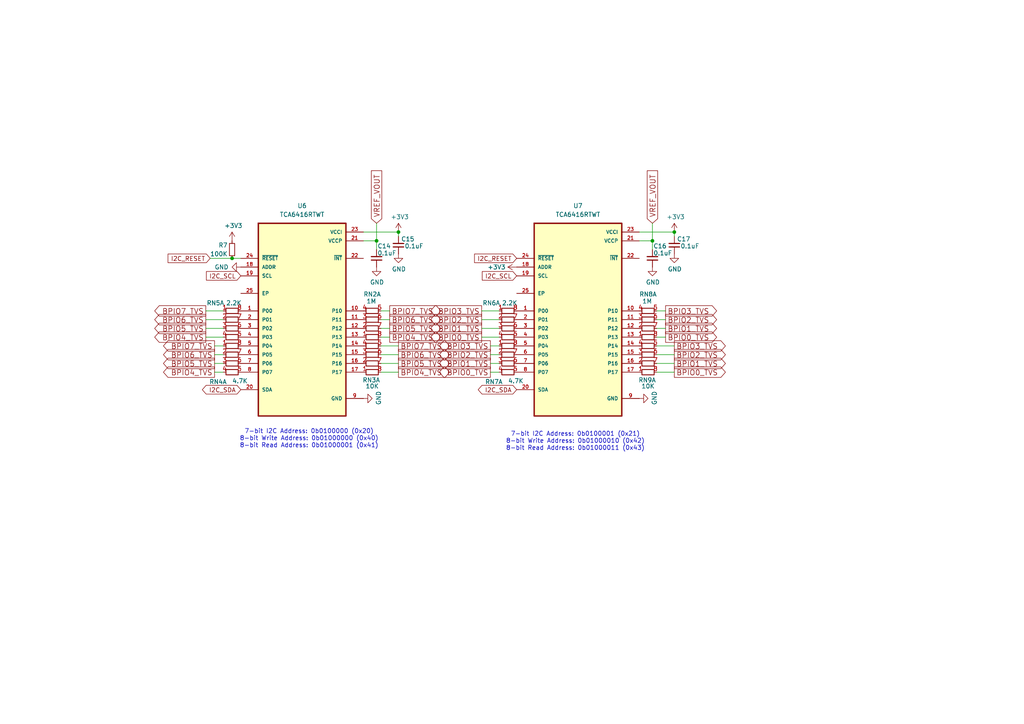
<source format=kicad_sch>
(kicad_sch (version 20231120) (generator "eeschema") (generator_version "8.0")
  (paper "A4")
  (lib_symbols
    (symbol "BusPirate-5-rev10-rescue:+3.3V-power" (power) (pin_names (offset 0))
      (property "Value" "+3.3V-power" (at 0 3.556 0))
      (symbol "+3.3V-power_0_1"
        (polyline (pts (xy -0.762 1.27) (xy 0 2.54)))
        (polyline (pts (xy 0 0) (xy 0 2.54)))
        (polyline (pts (xy 0 2.54) (xy 0.762 1.27)))
      )
      (symbol "+3.3V-power_1_1"
        (pin power_in line (at 0 0 90) (length 0) hide (name "+3V3") (number "1"))
      )
    )
    (symbol "Device:C_Small" (pin_numbers hide) (pin_names (offset 0.254) hide)
      (property "Reference" "C" (at 0.254 1.778 0))
      (property "Value" "C_Small" (at 0.254 -2.032 0))
      (symbol "C_Small_0_1"
        (polyline (pts (xy -1.524 -0.508) (xy 1.524 -0.508)) (stroke (width 0.3302)))
        (polyline (pts (xy -1.524 0.508) (xy 1.524 0.508)) (stroke (width 0.3048)))
      )
      (symbol "C_Small_1_1"
        (pin passive line (at 0 2.54 270) (length 2.032) (name "~") (number "1"))
        (pin passive line (at 0 -2.54 90) (length 2.032) (name "~") (number "2"))
      )
    )
    (symbol "Device:R_Small" (pin_numbers hide) (pin_names (offset 0.254) hide)
      (property "Reference" "R" (at 0.762 0.508 0))
      (property "Value" "R_Small" (at 0.762 -1.016 0))
      (symbol "R_Small_0_1"
        (rectangle (start -0.762 1.778) (end 0.762 -1.778) (stroke (width 0.2032)))
      )
      (symbol "R_Small_1_1"
        (pin passive line (at 0 2.54 270) (length 0.762) (name "~") (number "1"))
        (pin passive line (at 0 -2.54 90) (length 0.762) (name "~") (number "2"))
      )
    )
    (symbol "TCA6416RTWT:TCA6416RTWT" (pin_names (offset 1.016))
      (property "Reference" "U" (at -12.7 28.94 0))
      (property "Value" "TCA6416RTWT" (at -12.7 -31.94 0))
      (symbol "TCA6416RTWT_0_0"
        (rectangle (start -12.7 -27.94) (end 12.7 27.94) (stroke (width 0.41)) (fill (type background)))
        (pin bidirectional line (at -17.78 2.54 0) (length 5.08) (name "P00") (number "1"))
        (pin bidirectional line (at 17.78 2.54 180) (length 5.08) (name "P10") (number "10"))
        (pin bidirectional line (at 17.78 0 180) (length 5.08) (name "P11") (number "11"))
        (pin bidirectional line (at 17.78 -2.54 180) (length 5.08) (name "P12") (number "12"))
        (pin bidirectional line (at 17.78 -5.08 180) (length 5.08) (name "P13") (number "13"))
        (pin bidirectional line (at 17.78 -7.62 180) (length 5.08) (name "P14") (number "14"))
        (pin bidirectional line (at 17.78 -10.16 180) (length 5.08) (name "P15") (number "15"))
        (pin bidirectional line (at 17.78 -12.7 180) (length 5.08) (name "P16") (number "16"))
        (pin bidirectional line (at 17.78 -15.24 180) (length 5.08) (name "P17") (number "17"))
        (pin input line (at -17.78 15.24 0) (length 5.08) (name "ADDR") (number "18"))
        (pin input line (at -17.78 12.7 0) (length 5.08) (name "SCL") (number "19"))
        (pin bidirectional line (at -17.78 0 0) (length 5.08) (name "P01") (number "2"))
        (pin bidirectional line (at -17.78 -20.32 0) (length 5.08) (name "SDA") (number "20"))
        (pin power_in line (at 17.78 22.86 180) (length 5.08) (name "VCCP") (number "21"))
        (pin output line (at 17.78 17.78 180) (length 5.08) (name "~{INT}") (number "22"))
        (pin power_in line (at 17.78 25.4 180) (length 5.08) (name "VCCI") (number "23"))
        (pin input line (at -17.78 17.78 0) (length 5.08) (name "~{RESET}") (number "24"))
        (pin bidirectional line (at -17.78 7.62 0) (length 5.08) (name "EP") (number "25"))
        (pin bidirectional line (at -17.78 -2.54 0) (length 5.08) (name "P02") (number "3"))
        (pin bidirectional line (at -17.78 -5.08 0) (length 5.08) (name "P03") (number "4"))
        (pin bidirectional line (at -17.78 -7.62 0) (length 5.08) (name "P04") (number "5"))
        (pin bidirectional line (at -17.78 -10.16 0) (length 5.08) (name "P05") (number "6"))
        (pin bidirectional line (at -17.78 -12.7 0) (length 5.08) (name "P06") (number "7"))
        (pin bidirectional line (at -17.78 -15.24 0) (length 5.08) (name "P07") (number "8"))
        (pin power_in line (at 17.78 -22.86 180) (length 5.08) (name "GND") (number "9"))
      )
    )
    (symbol "dp-rarray:R_Array" (pin_names (offset 0) hide)
      (property "Reference" "RN" (at 2.286 0.762 0))
      (property "Value" "R_Array" (at 4.572 -0.762 0))
      (symbol "R_Array_0_1"
        (rectangle (start 0.762 1.778) (end -0.762 -1.778) (stroke (width 0.254)))
      )
      (symbol "R_Array_1_1"
        (pin passive line (at 0 2.54 270) (length 0.762) (name "R1.1") (number "1"))
        (pin passive line (at 0 -2.54 90) (length 0.762) (name "R1.8") (number "8"))
      )
      (symbol "R_Array_2_1"
        (pin passive line (at 0 2.54 270) (length 0.762) (name "R1.1") (number "2"))
        (pin passive line (at 0 -2.54 90) (length 0.762) (name "R1.8") (number "7"))
      )
      (symbol "R_Array_3_1"
        (pin passive line (at 0 2.54 270) (length 0.762) (name "R1.1") (number "3"))
        (pin passive line (at 0 -2.54 90) (length 0.762) (name "R1.8") (number "6"))
      )
      (symbol "R_Array_4_1"
        (pin passive line (at 0 2.54 270) (length 0.762) (name "R1.1") (number "4"))
        (pin passive line (at 0 -2.54 90) (length 0.762) (name "R1.8") (number "5"))
      )
    )
    (symbol "power:GND" (power) (pin_names (offset 0))
      (property "Value" "GND" (at 0 -3.81 0))
      (symbol "GND_0_1"
        (polyline (pts (xy 0 0) (xy 0 -1.27) (xy 1.27 -1.27) (xy 0 -2.54) (xy -1.27 -1.27) (xy 0 -1.27)))
      )
      (symbol "GND_1_1"
        (pin power_in line (at 0 0 270) (length 0) hide (name "GND") (number "1"))
      )
    )
  )
  (junction (at 115.57 67.31))
  (junction (at 195.58 67.31))
  (junction (at 189.23 69.85))
  (junction (at 67.31 74.93))
  (junction (at 109.22 69.85))
  (wire (pts (xy 190.5 97.79) (xy 193.04 97.79)))
  (wire (pts (xy 110.49 90.17) (xy 113.03 90.17)))
  (wire (pts (xy 64.77 100.33) (xy 62.23 100.33)))
  (wire (pts (xy 144.78 107.95) (xy 142.24 107.95)))
  (wire (pts (xy 105.41 69.85) (xy 109.22 69.85)))
  (wire (pts (xy 64.77 107.95) (xy 62.23 107.95)))
  (wire (pts (xy 64.77 105.41) (xy 62.23 105.41)))
  (wire (pts (xy 185.42 67.31) (xy 195.58 67.31)))
  (wire (pts (xy 110.49 105.41) (xy 115.57 105.41)))
  (wire (pts (xy 109.22 69.85) (xy 109.22 72.39)))
  (wire (pts (xy 110.49 107.95) (xy 115.57 107.95)))
  (wire (pts (xy 110.49 97.79) (xy 113.03 97.79)))
  (wire (pts (xy 144.78 95.25) (xy 139.7 95.25)))
  (wire (pts (xy 64.77 90.17) (xy 59.69 90.17)))
  (wire (pts (xy 67.31 74.93) (xy 69.85 74.93)))
  (wire (pts (xy 64.77 92.71) (xy 59.69 92.71)))
  (wire (pts (xy 109.22 64.77) (xy 109.22 69.85)))
  (wire (pts (xy 189.23 69.85) (xy 189.23 72.39)))
  (wire (pts (xy 105.41 67.31) (xy 115.57 67.31)))
  (wire (pts (xy 144.78 92.71) (xy 139.7 92.71)))
  (wire (pts (xy 144.78 97.79) (xy 139.7 97.79)))
  (wire (pts (xy 110.49 92.71) (xy 113.03 92.71)))
  (wire (pts (xy 64.77 102.87) (xy 62.23 102.87)))
  (wire (pts (xy 190.5 105.41) (xy 195.58 105.41)))
  (wire (pts (xy 115.57 67.31) (xy 115.57 68.58)))
  (wire (pts (xy 144.78 90.17) (xy 139.7 90.17)))
  (wire (pts (xy 190.5 90.17) (xy 193.04 90.17)))
  (wire (pts (xy 110.49 102.87) (xy 115.57 102.87)))
  (wire (pts (xy 185.42 69.85) (xy 189.23 69.85)))
  (wire (pts (xy 190.5 92.71) (xy 193.04 92.71)))
  (wire (pts (xy 190.5 100.33) (xy 195.58 100.33)))
  (wire (pts (xy 144.78 102.87) (xy 142.24 102.87)))
  (wire (pts (xy 144.78 105.41) (xy 142.24 105.41)))
  (wire (pts (xy 60.96 74.93) (xy 67.31 74.93)))
  (wire (pts (xy 64.77 95.25) (xy 59.69 95.25)))
  (wire (pts (xy 64.77 97.79) (xy 59.69 97.79)))
  (wire (pts (xy 195.58 67.31) (xy 195.58 68.58)))
  (wire (pts (xy 190.5 107.95) (xy 195.58 107.95)))
  (wire (pts (xy 189.23 64.77) (xy 189.23 69.85)))
  (wire (pts (xy 110.49 95.25) (xy 113.03 95.25)))
  (wire (pts (xy 144.78 100.33) (xy 142.24 100.33)))
  (wire (pts (xy 190.5 95.25) (xy 193.04 95.25)))
  (wire (pts (xy 190.5 102.87) (xy 195.58 102.87)))
  (wire (pts (xy 110.49 100.33) (xy 115.57 100.33)))
  (text "7-bit I2C Address: 0b0100000 (0x20)\n8-bit Write Address: 0b01000000 (0x40)\n8-bit Read Address: 0b01000001 (0x41)" (at 89.662 127.254 0) (effects (font (size 1.27 1.27))))
  (text "7-bit I2C Address: 0b0100001 (0x21)\n8-bit Write Address: 0b01000010 (0x42)\n8-bit Read Address: 0b01000011 (0x43)" (at 166.878 128.016 0) (effects (font (size 1.27 1.27))))
  (global_label "BPIO3_TVS" (shape output) (at 139.7 90.17 180) (effects (font (size 1.524 1.524))) (property "Intersheetrefs" "${INTERSHEET_REFS}" (effects (hide yes))))
  (global_label "BPIO7_TVS" (shape output) (at 62.23 100.33 180) (effects (font (size 1.524 1.524))) (property "Intersheetrefs" "${INTERSHEET_REFS}" (effects (hide yes))))
  (global_label "BPIO5_TVS" (shape output) (at 62.23 105.41 180) (effects (font (size 1.524 1.524))) (property "Intersheetrefs" "${INTERSHEET_REFS}" (effects (hide yes))))
  (global_label "BPIO5_TVS" (shape output) (at 113.03 95.25 0) (effects (font (size 1.524 1.524))) (property "Intersheetrefs" "${INTERSHEET_REFS}" (effects (hide yes))))
  (global_label "I2C_SCL" (shape input) (at 69.85 80.01 180) (property "Intersheetrefs" "${INTERSHEET_REFS}" (effects (hide yes))))
  (global_label "BPIO0_TVS" (shape output) (at 193.04 97.79 0) (effects (font (size 1.524 1.524))) (property "Intersheetrefs" "${INTERSHEET_REFS}" (effects (hide yes))))
  (global_label "BPIO0_TVS" (shape output) (at 142.24 107.95 180) (effects (font (size 1.524 1.524))) (property "Intersheetrefs" "${INTERSHEET_REFS}" (effects (hide yes))))
  (global_label "BPIO4_TVS" (shape output) (at 59.69 97.79 180) (effects (font (size 1.524 1.524))) (property "Intersheetrefs" "${INTERSHEET_REFS}" (effects (hide yes))))
  (global_label "I2C_RESET" (shape input) (at 60.96 74.93 180) (property "Intersheetrefs" "${INTERSHEET_REFS}" (effects (hide yes))))
  (global_label "BPIO4_TVS" (shape output) (at 115.57 107.95 0) (effects (font (size 1.524 1.524))) (property "Intersheetrefs" "${INTERSHEET_REFS}" (effects (hide yes))))
  (global_label "BPIO6_TVS" (shape output) (at 62.23 102.87 180) (effects (font (size 1.524 1.524))) (property "Intersheetrefs" "${INTERSHEET_REFS}" (effects (hide yes))))
  (global_label "BPIO5_TVS" (shape output) (at 59.69 95.25 180) (effects (font (size 1.524 1.524))) (property "Intersheetrefs" "${INTERSHEET_REFS}" (effects (hide yes))))
  (global_label "BPIO6_TVS" (shape output) (at 113.03 92.71 0) (effects (font (size 1.524 1.524))) (property "Intersheetrefs" "${INTERSHEET_REFS}" (effects (hide yes))))
  (global_label "BPIO3_TVS" (shape output) (at 195.58 100.33 0) (effects (font (size 1.524 1.524))) (property "Intersheetrefs" "${INTERSHEET_REFS}" (effects (hide yes))))
  (global_label "BPIO1_TVS" (shape output) (at 195.58 105.41 0) (effects (font (size 1.524 1.524))) (property "Intersheetrefs" "${INTERSHEET_REFS}" (effects (hide yes))))
  (global_label "I2C_SDA" (shape bidirectional) (at 69.85 113.03 180) (property "Intersheetrefs" "${INTERSHEET_REFS}" (effects (hide yes))))
  (global_label "BPIO7_TVS" (shape output) (at 113.03 90.17 0) (effects (font (size 1.524 1.524))) (property "Intersheetrefs" "${INTERSHEET_REFS}" (effects (hide yes))))
  (global_label "VREF_VOUT" (shape input) (at 109.22 64.77 90) (effects (font (size 1.524 1.524))) (property "Intersheetrefs" "${INTERSHEET_REFS}" (effects (hide yes))))
  (global_label "BPIO7_TVS" (shape output) (at 115.57 100.33 0) (effects (font (size 1.524 1.524))) (property "Intersheetrefs" "${INTERSHEET_REFS}" (effects (hide yes))))
  (global_label "I2C_RESET" (shape input) (at 149.86 74.93 180) (property "Intersheetrefs" "${INTERSHEET_REFS}" (effects (hide yes))))
  (global_label "BPIO0_TVS" (shape output) (at 139.7 97.79 180) (effects (font (size 1.524 1.524))) (property "Intersheetrefs" "${INTERSHEET_REFS}" (effects (hide yes))))
  (global_label "BPIO1_TVS" (shape output) (at 193.04 95.25 0) (effects (font (size 1.524 1.524))) (property "Intersheetrefs" "${INTERSHEET_REFS}" (effects (hide yes))))
  (global_label "BPIO1_TVS" (shape output) (at 142.24 105.41 180) (effects (font (size 1.524 1.524))) (property "Intersheetrefs" "${INTERSHEET_REFS}" (effects (hide yes))))
  (global_label "BPIO4_TVS" (shape output) (at 62.23 107.95 180) (effects (font (size 1.524 1.524))) (property "Intersheetrefs" "${INTERSHEET_REFS}" (effects (hide yes))))
  (global_label "BPIO2_TVS" (shape output) (at 193.04 92.71 0) (effects (font (size 1.524 1.524))) (property "Intersheetrefs" "${INTERSHEET_REFS}" (effects (hide yes))))
  (global_label "BPIO3_TVS" (shape output) (at 193.04 90.17 0) (effects (font (size 1.524 1.524))) (property "Intersheetrefs" "${INTERSHEET_REFS}" (effects (hide yes))))
  (global_label "BPIO2_TVS" (shape output) (at 139.7 92.71 180) (effects (font (size 1.524 1.524))) (property "Intersheetrefs" "${INTERSHEET_REFS}" (effects (hide yes))))
  (global_label "BPIO0_TVS" (shape output) (at 195.58 107.95 0) (effects (font (size 1.524 1.524))) (property "Intersheetrefs" "${INTERSHEET_REFS}" (effects (hide yes))))
  (global_label "BPIO7_TVS" (shape output) (at 59.69 90.17 180) (effects (font (size 1.524 1.524))) (property "Intersheetrefs" "${INTERSHEET_REFS}" (effects (hide yes))))
  (global_label "BPIO3_TVS" (shape output) (at 142.24 100.33 180) (effects (font (size 1.524 1.524))) (property "Intersheetrefs" "${INTERSHEET_REFS}" (effects (hide yes))))
  (global_label "BPIO5_TVS" (shape output) (at 115.57 105.41 0) (effects (font (size 1.524 1.524))) (property "Intersheetrefs" "${INTERSHEET_REFS}" (effects (hide yes))))
  (global_label "I2C_SCL" (shape input) (at 149.86 80.01 180) (property "Intersheetrefs" "${INTERSHEET_REFS}" (effects (hide yes))))
  (global_label "BPIO6_TVS" (shape output) (at 59.69 92.71 180) (effects (font (size 1.524 1.524))) (property "Intersheetrefs" "${INTERSHEET_REFS}" (effects (hide yes))))
  (global_label "I2C_SDA" (shape bidirectional) (at 149.86 113.03 180) (property "Intersheetrefs" "${INTERSHEET_REFS}" (effects (hide yes))))
  (global_label "VREF_VOUT" (shape input) (at 189.23 64.77 90) (effects (font (size 1.524 1.524))) (property "Intersheetrefs" "${INTERSHEET_REFS}" (effects (hide yes))))
  (global_label "BPIO4_TVS" (shape output) (at 113.03 97.79 0) (effects (font (size 1.524 1.524))) (property "Intersheetrefs" "${INTERSHEET_REFS}" (effects (hide yes))))
  (global_label "BPIO2_TVS" (shape output) (at 195.58 102.87 0) (effects (font (size 1.524 1.524))) (property "Intersheetrefs" "${INTERSHEET_REFS}" (effects (hide yes))))
  (global_label "BPIO2_TVS" (shape output) (at 142.24 102.87 180) (effects (font (size 1.524 1.524))) (property "Intersheetrefs" "${INTERSHEET_REFS}" (effects (hide yes))))
  (global_label "BPIO1_TVS" (shape output) (at 139.7 95.25 180) (effects (font (size 1.524 1.524))) (property "Intersheetrefs" "${INTERSHEET_REFS}" (effects (hide yes))))
  (global_label "BPIO6_TVS" (shape output) (at 115.57 102.87 0) (effects (font (size 1.524 1.524))) (property "Intersheetrefs" "${INTERSHEET_REFS}" (effects (hide yes))))
  (symbol (lib_id "dp-rarray:R_Array") (at 67.31 95.25 90) (unit 3)
    (property "Reference" "RN5" (effects (hide yes)))
    (property "Value" "2.2K" (effects (hide yes)))
    (property "Footprint" "Resistor_SMD:R_Array_Convex_4x0402" (effects (hide yes)))
    (property "Datasheet" "http://www.vishay.com/docs/31509/csc.pdf" (effects (hide yes)))
    (property "RMB" "0.034572" (effects (hide yes)))
    (property "Supplier" "https://item.szlcsc.com/45893.html" (effects (hide yes)))
  )
  (symbol (lib_id "dp-rarray:R_Array") (at 147.32 100.33 90) (unit 1)
    (property "Reference" "RN7" (at 143.256 110.744 90))
    (property "Value" "4.7K" (effects (hide yes)))
    (property "Footprint" "Resistor_SMD:R_Array_Convex_4x0402" (effects (hide yes)))
    (property "Datasheet" "http://www.vishay.com/docs/31509/csc.pdf" (effects (hide yes)))
    (property "RMB" "0.034572" (effects (hide yes)))
    (property "Supplier" "https://item.szlcsc.com/45893.html" (effects (hide yes)))
  )
  (symbol (lib_id "dp-rarray:R_Array") (at 107.95 95.25 90) (mirror x) (unit 2)
    (property "Reference" "RN2" (effects (hide yes)))
    (property "Value" "1M" (effects (hide yes)))
    (property "Footprint" "Resistor_SMD:R_Array_Convex_4x0402" (effects (hide yes)))
    (property "Datasheet" "http://www.vishay.com/docs/31509/csc.pdf" (effects (hide yes)))
    (property "RMB" "0.034572" (effects (hide yes)))
    (property "Supplier" "https://item.szlcsc.com/45893.html" (effects (hide yes)))
  )
  (symbol (lib_id "power:GND") (at 69.85 77.47 270) (unit 1)
    (property "Reference" "#PWR057" (effects (hide yes)))
    (property "Value" "GND" (at 64.262 77.47 90))
  )
  (symbol (lib_id "Device:R_Small") (at 67.31 72.39 0) (unit 1)
    (property "Reference" "R7" (at 66.04 71.12 0) (effects (justify right)))
    (property "Value" "100K" (at 66.04 73.66 0) (effects (justify right)))
    (property "Footprint" "Resistor_SMD:R_0402_1005Metric" (effects (hide yes)))
    (property "RMB" "0.005749" (effects (hide yes)))
    (property "Supplier" "https://item.szlcsc.com/61543.html" (effects (hide yes)))
  )
  (symbol (lib_id "dp-rarray:R_Array") (at 107.95 102.87 90) (mirror x) (unit 3)
    (property "Reference" "RN3" (effects (hide yes)))
    (property "Value" "10K" (effects (hide yes)))
    (property "Footprint" "Resistor_SMD:R_Array_Convex_4x0402" (effects (hide yes)))
    (property "Datasheet" "http://www.vishay.com/docs/31509/csc.pdf" (effects (hide yes)))
    (property "RMB" "0.034572" (effects (hide yes)))
    (property "Supplier" "https://item.szlcsc.com/45893.html" (effects (hide yes)))
  )
  (symbol (lib_id "dp-rarray:R_Array") (at 187.96 92.71 90) (mirror x) (unit 3)
    (property "Reference" "RN8" (effects (hide yes)))
    (property "Value" "1M" (effects (hide yes)))
    (property "Footprint" "Resistor_SMD:R_Array_Convex_4x0402" (effects (hide yes)))
    (property "Datasheet" "http://www.vishay.com/docs/31509/csc.pdf" (effects (hide yes)))
    (property "RMB" "0.034572" (effects (hide yes)))
    (property "Supplier" "https://item.szlcsc.com/45893.html" (effects (hide yes)))
  )
  (symbol (lib_id "TCA6416RTWT:TCA6416RTWT") (at 87.63 92.71 0) (unit 1)
    (property "Reference" "U6" (at 87.63 59.69 0))
    (property "Value" "TCA6416RTWT" (at 87.63 62.23 0))
    (property "Footprint" "qfn24-4x4x50:QFN50P400X400X80-25N" (effects (hide yes)))
    (property "Description" "Low-voltage 16-bit I2C & SMBus I/O expander with interrupt output, reset & config registers 24-WQFN -40 to 85" (effects (hide yes)))
    (property "MF" "Texas Instruments" (effects (hide yes)))
    (property "Package" "WQFN-24 Texas Instruments" (effects (hide yes)))
    (property "Price" "None" (effects (hide yes)))
    (property "SnapEDA_Link" "https://www.snapeda.com/parts/TCA6416RTWT/Texas+Instruments/view-part/?ref=snap" (effects (hide yes)))
    (property "MP" "TCA6416RTWT" (effects (hide yes)))
    (property "Availability" "In Stock" (effects (hide yes)))
    (property "Check_prices" "https://www.snapeda.com/parts/TCA6416RTWT/Texas+Instruments/view-part/?ref=eda" (effects (hide yes)))
  )
  (symbol (lib_id "dp-rarray:R_Array") (at 67.31 102.87 90) (unit 2)
    (property "Reference" "RN4" (effects (hide yes)))
    (property "Value" "4.7K" (effects (hide yes)))
    (property "Footprint" "Resistor_SMD:R_Array_Convex_4x0402" (effects (hide yes)))
    (property "Datasheet" "http://www.vishay.com/docs/31509/csc.pdf" (effects (hide yes)))
    (property "RMB" "0.034572" (effects (hide yes)))
    (property "Supplier" "https://item.szlcsc.com/45893.html" (effects (hide yes)))
  )
  (symbol (lib_id "power:GND") (at 195.58 73.66 0) (unit 1)
    (property "Reference" "#PWR062" (effects (hide yes)))
    (property "Value" "GND" (at 195.707 78.0542 0))
  )
  (symbol (lib_id "power:GND") (at 105.41 115.57 90) (unit 1)
    (property "Reference" "#PWR056" (effects (hide yes)))
    (property "Value" "GND" (at 109.8042 115.443 0))
  )
  (symbol (lib_id "dp-rarray:R_Array") (at 107.95 90.17 90) (mirror x) (unit 4)
    (property "Reference" "RN2" (effects (hide yes)))
    (property "Value" "1M" (at 107.696 87.376 90))
    (property "Footprint" "Resistor_SMD:R_Array_Convex_4x0402" (effects (hide yes)))
    (property "Datasheet" "http://www.vishay.com/docs/31509/csc.pdf" (effects (hide yes)))
    (property "RMB" "0.034572" (effects (hide yes)))
    (property "Supplier" "https://item.szlcsc.com/45893.html" (effects (hide yes)))
  )
  (symbol (lib_id "power:GND") (at 185.42 115.57 90) (unit 1)
    (property "Reference" "#PWR059" (effects (hide yes)))
    (property "Value" "GND" (at 189.8142 115.443 0))
  )
  (symbol (lib_id "dp-rarray:R_Array") (at 147.32 105.41 90) (unit 3)
    (property "Reference" "RN7" (effects (hide yes)))
    (property "Value" "4.7K" (effects (hide yes)))
    (property "Footprint" "Resistor_SMD:R_Array_Convex_4x0402" (effects (hide yes)))
    (property "Datasheet" "http://www.vishay.com/docs/31509/csc.pdf" (effects (hide yes)))
    (property "RMB" "0.034572" (effects (hide yes)))
    (property "Supplier" "https://item.szlcsc.com/45893.html" (effects (hide yes)))
  )
  (symbol (lib_id "Device:C_Small") (at 195.58 71.12 180) (unit 1)
    (property "Reference" "C17" (at 196.342 69.342 0) (effects (justify right)))
    (property "Value" "0.1uF" (at 197.358 71.374 0) (effects (justify right)))
    (property "Footprint" "Capacitor_SMD:C_0402_1005Metric" (effects (hide yes)))
  )
  (symbol (lib_id "BusPirate-5-rev10-rescue:+3.3V-power") (at 149.86 77.47 90) (unit 1)
    (property "Reference" "#PWR058" (effects (hide yes)))
    (property "Value" "+3V3" (at 144.018 77.47 90))
  )
  (symbol (lib_id "BusPirate-5-rev10-rescue:+3.3V-power") (at 195.58 67.31 0) (unit 1)
    (property "Reference" "#PWR061" (effects (hide yes)))
    (property "Value" "+3V3" (at 195.961 62.9158 0))
  )
  (symbol (lib_id "dp-rarray:R_Array") (at 67.31 97.79 90) (unit 4)
    (property "Reference" "RN5" (effects (hide yes)))
    (property "Value" "2.2K" (effects (hide yes)))
    (property "Footprint" "Resistor_SMD:R_Array_Convex_4x0402" (effects (hide yes)))
    (property "Datasheet" "http://www.vishay.com/docs/31509/csc.pdf" (effects (hide yes)))
    (property "RMB" "0.034572" (effects (hide yes)))
    (property "Supplier" "https://item.szlcsc.com/45893.html" (effects (hide yes)))
  )
  (symbol (lib_id "dp-rarray:R_Array") (at 67.31 92.71 90) (unit 2)
    (property "Reference" "RN5" (effects (hide yes)))
    (property "Value" "2.2K" (effects (hide yes)))
    (property "Footprint" "Resistor_SMD:R_Array_Convex_4x0402" (effects (hide yes)))
    (property "Datasheet" "http://www.vishay.com/docs/31509/csc.pdf" (effects (hide yes)))
    (property "RMB" "0.034572" (effects (hide yes)))
    (property "Supplier" "https://item.szlcsc.com/45893.html" (effects (hide yes)))
  )
  (symbol (lib_id "dp-rarray:R_Array") (at 107.95 92.71 90) (mirror x) (unit 3)
    (property "Reference" "RN2" (effects (hide yes)))
    (property "Value" "1M" (effects (hide yes)))
    (property "Footprint" "Resistor_SMD:R_Array_Convex_4x0402" (effects (hide yes)))
    (property "Datasheet" "http://www.vishay.com/docs/31509/csc.pdf" (effects (hide yes)))
    (property "RMB" "0.034572" (effects (hide yes)))
    (property "Supplier" "https://item.szlcsc.com/45893.html" (effects (hide yes)))
  )
  (symbol (lib_id "dp-rarray:R_Array") (at 147.32 92.71 90) (unit 2)
    (property "Reference" "RN6" (effects (hide yes)))
    (property "Value" "2.2K" (effects (hide yes)))
    (property "Footprint" "Resistor_SMD:R_Array_Convex_4x0402" (effects (hide yes)))
    (property "Datasheet" "http://www.vishay.com/docs/31509/csc.pdf" (effects (hide yes)))
    (property "RMB" "0.034572" (effects (hide yes)))
    (property "Supplier" "https://item.szlcsc.com/45893.html" (effects (hide yes)))
  )
  (symbol (lib_id "dp-rarray:R_Array") (at 187.96 105.41 90) (mirror x) (unit 2)
    (property "Reference" "RN9" (effects (hide yes)))
    (property "Value" "10K" (effects (hide yes)))
    (property "Footprint" "Resistor_SMD:R_Array_Convex_4x0402" (effects (hide yes)))
    (property "Datasheet" "http://www.vishay.com/docs/31509/csc.pdf" (effects (hide yes)))
    (property "RMB" "0.034572" (effects (hide yes)))
    (property "Supplier" "https://item.szlcsc.com/45893.html" (effects (hide yes)))
  )
  (symbol (lib_id "dp-rarray:R_Array") (at 67.31 105.41 90) (unit 3)
    (property "Reference" "RN4" (effects (hide yes)))
    (property "Value" "4.7K" (effects (hide yes)))
    (property "Footprint" "Resistor_SMD:R_Array_Convex_4x0402" (effects (hide yes)))
    (property "Datasheet" "http://www.vishay.com/docs/31509/csc.pdf" (effects (hide yes)))
    (property "RMB" "0.034572" (effects (hide yes)))
    (property "Supplier" "https://item.szlcsc.com/45893.html" (effects (hide yes)))
  )
  (symbol (lib_id "power:GND") (at 115.57 73.66 0) (unit 1)
    (property "Reference" "#PWR054" (effects (hide yes)))
    (property "Value" "GND" (at 115.697 78.0542 0))
  )
  (symbol (lib_id "dp-rarray:R_Array") (at 187.96 100.33 90) (mirror x) (unit 4)
    (property "Reference" "RN9" (effects (hide yes)))
    (property "Value" "10K" (effects (hide yes)))
    (property "Footprint" "Resistor_SMD:R_Array_Convex_4x0402" (effects (hide yes)))
    (property "Datasheet" "http://www.vishay.com/docs/31509/csc.pdf" (effects (hide yes)))
    (property "RMB" "0.034572" (effects (hide yes)))
    (property "Supplier" "https://item.szlcsc.com/45893.html" (effects (hide yes)))
  )
  (symbol (lib_id "dp-rarray:R_Array") (at 107.95 107.95 90) (mirror x) (unit 1)
    (property "Reference" "RN3" (at 107.696 110.236 90))
    (property "Value" "10K" (at 107.95 112.014 90))
    (property "Footprint" "Resistor_SMD:R_Array_Convex_4x0402" (effects (hide yes)))
    (property "Datasheet" "http://www.vishay.com/docs/31509/csc.pdf" (effects (hide yes)))
    (property "RMB" "0.034572" (effects (hide yes)))
    (property "Supplier" "https://item.szlcsc.com/45893.html" (effects (hide yes)))
  )
  (symbol (lib_id "dp-rarray:R_Array") (at 107.95 100.33 90) (mirror x) (unit 4)
    (property "Reference" "RN3" (effects (hide yes)))
    (property "Value" "10K" (effects (hide yes)))
    (property "Footprint" "Resistor_SMD:R_Array_Convex_4x0402" (effects (hide yes)))
    (property "Datasheet" "http://www.vishay.com/docs/31509/csc.pdf" (effects (hide yes)))
    (property "RMB" "0.034572" (effects (hide yes)))
    (property "Supplier" "https://item.szlcsc.com/45893.html" (effects (hide yes)))
  )
  (symbol (lib_id "dp-rarray:R_Array") (at 187.96 95.25 90) (mirror x) (unit 2)
    (property "Reference" "RN8" (effects (hide yes)))
    (property "Value" "1M" (effects (hide yes)))
    (property "Footprint" "Resistor_SMD:R_Array_Convex_4x0402" (effects (hide yes)))
    (property "Datasheet" "http://www.vishay.com/docs/31509/csc.pdf" (effects (hide yes)))
    (property "RMB" "0.034572" (effects (hide yes)))
    (property "Supplier" "https://item.szlcsc.com/45893.html" (effects (hide yes)))
  )
  (symbol (lib_id "dp-rarray:R_Array") (at 107.95 105.41 90) (mirror x) (unit 2)
    (property "Reference" "RN3" (effects (hide yes)))
    (property "Value" "10K" (effects (hide yes)))
    (property "Footprint" "Resistor_SMD:R_Array_Convex_4x0402" (effects (hide yes)))
    (property "Datasheet" "http://www.vishay.com/docs/31509/csc.pdf" (effects (hide yes)))
    (property "RMB" "0.034572" (effects (hide yes)))
    (property "Supplier" "https://item.szlcsc.com/45893.html" (effects (hide yes)))
  )
  (symbol (lib_id "dp-rarray:R_Array") (at 187.96 90.17 90) (mirror x) (unit 4)
    (property "Reference" "RN8" (effects (hide yes)))
    (property "Value" "1M" (at 187.706 87.376 90))
    (property "Footprint" "Resistor_SMD:R_Array_Convex_4x0402" (effects (hide yes)))
    (property "Datasheet" "http://www.vishay.com/docs/31509/csc.pdf" (effects (hide yes)))
    (property "RMB" "0.034572" (effects (hide yes)))
    (property "Supplier" "https://item.szlcsc.com/45893.html" (effects (hide yes)))
  )
  (symbol (lib_id "dp-rarray:R_Array") (at 147.32 97.79 90) (unit 4)
    (property "Reference" "RN6" (effects (hide yes)))
    (property "Value" "2.2K" (effects (hide yes)))
    (property "Footprint" "Resistor_SMD:R_Array_Convex_4x0402" (effects (hide yes)))
    (property "Datasheet" "http://www.vishay.com/docs/31509/csc.pdf" (effects (hide yes)))
    (property "RMB" "0.034572" (effects (hide yes)))
    (property "Supplier" "https://item.szlcsc.com/45893.html" (effects (hide yes)))
  )
  (symbol (lib_id "BusPirate-5-rev10-rescue:+3.3V-power") (at 115.57 67.31 0) (unit 1)
    (property "Reference" "#PWR055" (effects (hide yes)))
    (property "Value" "+3V3" (at 115.951 62.9158 0))
  )
  (symbol (lib_id "dp-rarray:R_Array") (at 147.32 107.95 90) (unit 4)
    (property "Reference" "RN7" (effects (hide yes)))
    (property "Value" "4.7K" (at 149.606 110.49 90))
    (property "Footprint" "Resistor_SMD:R_Array_Convex_4x0402" (effects (hide yes)))
    (property "Datasheet" "http://www.vishay.com/docs/31509/csc.pdf" (effects (hide yes)))
    (property "RMB" "0.034572" (effects (hide yes)))
    (property "Supplier" "https://item.szlcsc.com/45893.html" (effects (hide yes)))
  )
  (symbol (lib_id "dp-rarray:R_Array") (at 67.31 100.33 90) (unit 1)
    (property "Reference" "RN4" (at 63.246 110.744 90))
    (property "Value" "4.7K" (effects (hide yes)))
    (property "Footprint" "Resistor_SMD:R_Array_Convex_4x0402" (effects (hide yes)))
    (property "Datasheet" "http://www.vishay.com/docs/31509/csc.pdf" (effects (hide yes)))
    (property "RMB" "0.034572" (effects (hide yes)))
    (property "Supplier" "https://item.szlcsc.com/45893.html" (effects (hide yes)))
  )
  (symbol (lib_id "dp-rarray:R_Array") (at 187.96 102.87 90) (mirror x) (unit 3)
    (property "Reference" "RN9" (effects (hide yes)))
    (property "Value" "10K" (effects (hide yes)))
    (property "Footprint" "Resistor_SMD:R_Array_Convex_4x0402" (effects (hide yes)))
    (property "Datasheet" "http://www.vishay.com/docs/31509/csc.pdf" (effects (hide yes)))
    (property "RMB" "0.034572" (effects (hide yes)))
    (property "Supplier" "https://item.szlcsc.com/45893.html" (effects (hide yes)))
  )
  (symbol (lib_id "BusPirate-5-rev10-rescue:+3.3V-power") (at 67.31 69.85 0) (unit 1)
    (property "Reference" "#PWR06" (effects (hide yes)))
    (property "Value" "+3V3" (at 67.691 65.4558 0))
  )
  (symbol (lib_id "dp-rarray:R_Array") (at 147.32 95.25 90) (unit 3)
    (property "Reference" "RN6" (effects (hide yes)))
    (property "Value" "2.2K" (effects (hide yes)))
    (property "Footprint" "Resistor_SMD:R_Array_Convex_4x0402" (effects (hide yes)))
    (property "Datasheet" "http://www.vishay.com/docs/31509/csc.pdf" (effects (hide yes)))
    (property "RMB" "0.034572" (effects (hide yes)))
    (property "Supplier" "https://item.szlcsc.com/45893.html" (effects (hide yes)))
  )
  (symbol (lib_id "dp-rarray:R_Array") (at 187.96 107.95 90) (mirror x) (unit 1)
    (property "Reference" "RN9" (at 187.706 110.236 90))
    (property "Value" "10K" (at 187.96 112.014 90))
    (property "Footprint" "Resistor_SMD:R_Array_Convex_4x0402" (effects (hide yes)))
    (property "Datasheet" "http://www.vishay.com/docs/31509/csc.pdf" (effects (hide yes)))
    (property "RMB" "0.034572" (effects (hide yes)))
    (property "Supplier" "https://item.szlcsc.com/45893.html" (effects (hide yes)))
  )
  (symbol (lib_id "dp-rarray:R_Array") (at 147.32 90.17 90) (unit 1)
    (property "Reference" "RN6" (at 142.494 87.884 90))
    (property "Value" "2.2K" (at 147.828 87.884 90))
    (property "Footprint" "Resistor_SMD:R_Array_Convex_4x0402" (effects (hide yes)))
    (property "Datasheet" "http://www.vishay.com/docs/31509/csc.pdf" (effects (hide yes)))
    (property "RMB" "0.034572" (effects (hide yes)))
    (property "Supplier" "https://item.szlcsc.com/45893.html" (effects (hide yes)))
  )
  (symbol (lib_id "power:GND") (at 109.22 77.47 0) (unit 1)
    (property "Reference" "#PWR044" (effects (hide yes)))
    (property "Value" "GND" (at 109.347 81.8642 0))
  )
  (symbol (lib_id "dp-rarray:R_Array") (at 187.96 97.79 90) (mirror x) (unit 1)
    (property "Reference" "RN8" (at 187.96 85.344 90))
    (property "Value" "1M" (effects (hide yes)))
    (property "Footprint" "Resistor_SMD:R_Array_Convex_4x0402" (effects (hide yes)))
    (property "Datasheet" "http://www.vishay.com/docs/31509/csc.pdf" (effects (hide yes)))
    (property "RMB" "0.034572" (effects (hide yes)))
    (property "Supplier" "https://item.szlcsc.com/45893.html" (effects (hide yes)))
  )
  (symbol (lib_id "TCA6416RTWT:TCA6416RTWT") (at 167.64 92.71 0) (unit 1)
    (property "Reference" "U7" (at 167.64 59.69 0))
    (property "Value" "TCA6416RTWT" (at 167.64 62.23 0))
    (property "Footprint" "qfn24-4x4x50:QFN50P400X400X80-25N" (effects (hide yes)))
    (property "Description" "Low-voltage 16-bit I2C & SMBus I/O expander with interrupt output, reset & config registers 24-WQFN -40 to 85" (effects (hide yes)))
    (property "MF" "Texas Instruments" (effects (hide yes)))
    (property "Package" "WQFN-24 Texas Instruments" (effects (hide yes)))
    (property "Price" "None" (effects (hide yes)))
    (property "SnapEDA_Link" "https://www.snapeda.com/parts/TCA6416RTWT/Texas+Instruments/view-part/?ref=snap" (effects (hide yes)))
    (property "MP" "TCA6416RTWT" (effects (hide yes)))
    (property "Availability" "In Stock" (effects (hide yes)))
    (property "Check_prices" "https://www.snapeda.com/parts/TCA6416RTWT/Texas+Instruments/view-part/?ref=eda" (effects (hide yes)))
  )
  (symbol (lib_id "dp-rarray:R_Array") (at 107.95 97.79 90) (mirror x) (unit 1)
    (property "Reference" "RN2" (at 107.95 85.344 90))
    (property "Value" "1M" (effects (hide yes)))
    (property "Footprint" "Resistor_SMD:R_Array_Convex_4x0402" (effects (hide yes)))
    (property "Datasheet" "http://www.vishay.com/docs/31509/csc.pdf" (effects (hide yes)))
    (property "RMB" "0.034572" (effects (hide yes)))
    (property "Supplier" "https://item.szlcsc.com/45893.html" (effects (hide yes)))
  )
  (symbol (lib_id "dp-rarray:R_Array") (at 147.32 102.87 90) (unit 2)
    (property "Reference" "RN7" (effects (hide yes)))
    (property "Value" "4.7K" (effects (hide yes)))
    (property "Footprint" "Resistor_SMD:R_Array_Convex_4x0402" (effects (hide yes)))
    (property "Datasheet" "http://www.vishay.com/docs/31509/csc.pdf" (effects (hide yes)))
    (property "RMB" "0.034572" (effects (hide yes)))
    (property "Supplier" "https://item.szlcsc.com/45893.html" (effects (hide yes)))
  )
  (symbol (lib_id "dp-rarray:R_Array") (at 67.31 107.95 90) (unit 4)
    (property "Reference" "RN4" (effects (hide yes)))
    (property "Value" "4.7K" (at 69.596 110.49 90))
    (property "Footprint" "Resistor_SMD:R_Array_Convex_4x0402" (effects (hide yes)))
    (property "Datasheet" "http://www.vishay.com/docs/31509/csc.pdf" (effects (hide yes)))
    (property "RMB" "0.034572" (effects (hide yes)))
    (property "Supplier" "https://item.szlcsc.com/45893.html" (effects (hide yes)))
  )
  (symbol (lib_id "Device:C_Small") (at 109.22 74.93 180) (unit 1)
    (property "Reference" "C14" (at 109.474 71.374 0) (effects (justify right)))
    (property "Value" "0.1uF" (at 109.474 73.406 0) (effects (justify right)))
    (property "Footprint" "Capacitor_SMD:C_0402_1005Metric" (effects (hide yes)))
  )
  (symbol (lib_id "power:GND") (at 189.23 77.47 0) (unit 1)
    (property "Reference" "#PWR060" (effects (hide yes)))
    (property "Value" "GND" (at 189.357 81.8642 0))
  )
  (symbol (lib_id "Device:C_Small") (at 189.23 74.93 180) (unit 1)
    (property "Reference" "C16" (at 189.484 71.374 0) (effects (justify right)))
    (property "Value" "0.1uF" (at 189.484 73.406 0) (effects (justify right)))
    (property "Footprint" "Capacitor_SMD:C_0402_1005Metric" (effects (hide yes)))
  )
  (symbol (lib_id "Device:C_Small") (at 115.57 71.12 180) (unit 1)
    (property "Reference" "C15" (at 116.332 69.342 0) (effects (justify right)))
    (property "Value" "0.1uF" (at 117.348 71.374 0) (effects (justify right)))
    (property "Footprint" "Capacitor_SMD:C_0402_1005Metric" (effects (hide yes)))
  )
  (symbol (lib_id "dp-rarray:R_Array") (at 67.31 90.17 90) (unit 1)
    (property "Reference" "RN5" (at 62.484 87.884 90))
    (property "Value" "2.2K" (at 67.818 87.884 90))
    (property "Footprint" "Resistor_SMD:R_Array_Convex_4x0402" (effects (hide yes)))
    (property "Datasheet" "http://www.vishay.com/docs/31509/csc.pdf" (effects (hide yes)))
    (property "RMB" "0.034572" (effects (hide yes)))
    (property "Supplier" "https://item.szlcsc.com/45893.html" (effects (hide yes)))
  )
)
</source>
